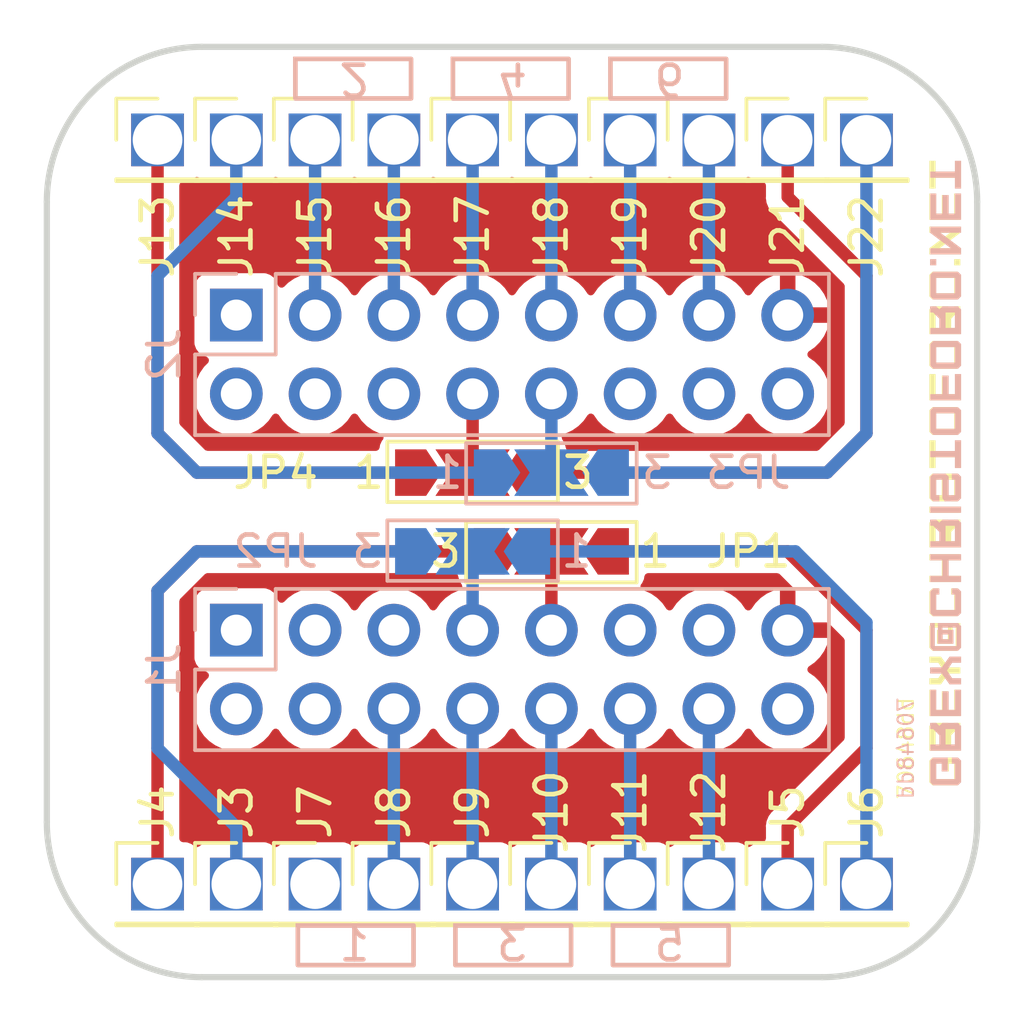
<source format=kicad_pcb>
(kicad_pcb (version 20221018) (generator pcbnew)
  (layers (0 "F.Cu" signal) (31 "B.Cu" signal) (34 "B.Paste" user) (35 "F.Paste" user) (36 "B.SilkS" user "B.Silkscreen") (37 "F.SilkS" user "F.Silkscreen") (38 "B.Mask" user) (39 "F.Mask" user) (44 "Edge.Cuts" user))
  (net 0 "")
  (net 1 "/I_OD_T")
  (net 2 "/V_OD_T")
  (net 3 "/I_1")
  (net 4 "/V_1")
  (net 5 "/I_3")
  (net 6 "/V_3")
  (net 7 "/I_5")
  (net 8 "/V_5")
  (net 9 "/I_OD_B")
  (net 10 "/V_OD_B")
  (net 11 "/I_EV_T")
  (net 12 "/V_EV_T")
  (net 13 "/I_2")
  (net 14 "/V_2")
  (net 15 "/I_4")
  (net 16 "/V_4")
  (net 17 "/I_6")
  (net 18 "/V_6")
  (net 19 "/I_EV_B")
  (net 20 "/V_EV_B")
  (net 27 "GND")
  (net 32 "/VB")
  (net 33 "/IB")
  (net 37 "/VT")
  (net 38 "/IT")
  (footprint "custom:S25-022+P25-4023_OFF" (layer "F.Cu") (at 135.65 82.14)
    (fp_text reference "J15" (at 0 3.11 90) (layer "F.SilkS"))
    (fp_text value "Conn_01x01" hide)
    (fp_line (start -1.33 -1.33) (end 0 -1.33) (stroke (width 0.12)) (layer "F.SilkS"))
    (fp_line (start -1.33 0) (end -1.33 -1.33) (stroke (width 0.12)) (layer "F.SilkS"))
    (fp_line (start -1.33 1.27) (end -1.33 1.33) (stroke (width 0.12)) (layer "F.SilkS"))
    (fp_line (start -1.33 1.27) (end 1.33 1.27) (stroke (width 0.12)) (layer "F.SilkS"))
    (fp_line (start -1.33 1.33) (end 1.33 1.33) (stroke (width 0.12)) (layer "F.SilkS"))
    (fp_line (start 1.33 1.27) (end 1.33 1.33) (stroke (width 0.12)) (layer "F.SilkS"))
    (pad "1" thru_hole rect (at 0 0) (size 1.7 1.7) (drill 1.6) (layers "*.Cu" "*.Mask") (net 14 "/V_2"))
  )
  (footprint "custom:S25-022+P25-4023_OFF" (layer "F.Cu") (at 133.11 82.14)
    (fp_text reference "J14" (at 0 3.11 90) (layer "F.SilkS"))
    (fp_text value "Conn_01x01" hide)
    (fp_line (start -1.33 -1.33) (end 0 -1.33) (stroke (width 0.12)) (layer "F.SilkS"))
    (fp_line (start -1.33 0) (end -1.33 -1.33) (stroke (width 0.12)) (layer "F.SilkS"))
    (fp_line (start -1.33 1.27) (end -1.33 1.33) (stroke (width 0.12)) (layer "F.SilkS"))
    (fp_line (start -1.33 1.27) (end 1.33 1.27) (stroke (width 0.12)) (layer "F.SilkS"))
    (fp_line (start -1.33 1.33) (end 1.33 1.33) (stroke (width 0.12)) (layer "F.SilkS"))
    (fp_line (start 1.33 1.27) (end 1.33 1.33) (stroke (width 0.12)) (layer "F.SilkS"))
    (pad "1" thru_hole rect (at 0 0) (size 1.7 1.7) (drill 1.6) (layers "*.Cu" "*.Mask") (net 11 "/I_EV_T"))
  )
  (footprint "custom:S25-022+P25-4023_OFF" (layer "F.Cu") (at 130.57 82.14)
    (fp_text reference "J13" (at 0 3.11 90) (layer "F.SilkS"))
    (fp_text value "Conn_01x01" hide)
    (fp_line (start -1.33 -1.33) (end 0 -1.33) (stroke (width 0.12)) (layer "F.SilkS"))
    (fp_line (start -1.33 0) (end -1.33 -1.33) (stroke (width 0.12)) (layer "F.SilkS"))
    (fp_line (start -1.33 1.27) (end -1.33 1.33) (stroke (width 0.12)) (layer "F.SilkS"))
    (fp_line (start -1.33 1.27) (end 1.33 1.27) (stroke (width 0.12)) (layer "F.SilkS"))
    (fp_line (start -1.33 1.33) (end 1.33 1.33) (stroke (width 0.12)) (layer "F.SilkS"))
    (fp_line (start 1.33 1.27) (end 1.33 1.33) (stroke (width 0.12)) (layer "F.SilkS"))
    (pad "1" thru_hole rect (at 0 0) (size 1.7 1.7) (drill 1.6) (layers "*.Cu" "*.Mask") (net 12 "/V_EV_T"))
  )
  (footprint "custom:S25-022+P25-4023_OFF" (layer "F.Cu") (at 140.73 106.14)
    (fp_text reference "J9" (at 0 -2.33 90) (layer "F.SilkS"))
    (fp_text value "Conn_01x01" hide)
    (fp_line (start -1.33 -1.33) (end 0 -1.33) (stroke (width 0.12)) (layer "F.SilkS"))
    (fp_line (start -1.33 0) (end -1.33 -1.33) (stroke (width 0.12)) (layer "F.SilkS"))
    (fp_line (start -1.33 1.27) (end -1.33 1.33) (stroke (width 0.12)) (layer "F.SilkS"))
    (fp_line (start -1.33 1.27) (end 1.33 1.27) (stroke (width 0.12)) (layer "F.SilkS"))
    (fp_line (start -1.33 1.33) (end 1.33 1.33) (stroke (width 0.12)) (layer "F.SilkS"))
    (fp_line (start 1.33 1.27) (end 1.33 1.33) (stroke (width 0.12)) (layer "F.SilkS"))
    (pad "1" thru_hole rect (at 0 0) (size 1.7 1.7) (drill 1.6) (layers "*.Cu" "*.Mask") (net 5 "/I_3"))
  )
  (footprint "custom:S25-022+P25-4023_OFF" (layer "F.Cu") (at 138.19 82.14)
    (fp_text reference "J16" (at 0 3.11 90) (layer "F.SilkS"))
    (fp_text value "Conn_01x01" hide)
    (fp_line (start -1.33 -1.33) (end 0 -1.33) (stroke (width 0.12)) (layer "F.SilkS"))
    (fp_line (start -1.33 0) (end -1.33 -1.33) (stroke (width 0.12)) (layer "F.SilkS"))
    (fp_line (start -1.33 1.27) (end -1.33 1.33) (stroke (width 0.12)) (layer "F.SilkS"))
    (fp_line (start -1.33 1.27) (end 1.33 1.27) (stroke (width 0.12)) (layer "F.SilkS"))
    (fp_line (start -1.33 1.33) (end 1.33 1.33) (stroke (width 0.12)) (layer "F.SilkS"))
    (fp_line (start 1.33 1.27) (end 1.33 1.33) (stroke (width 0.12)) (layer "F.SilkS"))
    (pad "1" thru_hole rect (at 0 0) (size 1.7 1.7) (drill 1.6) (layers "*.Cu" "*.Mask") (net 13 "/I_2"))
  )
  (footprint "custom:S25-022+P25-4023_OFF" (layer "F.Cu") (at 150.89 106.14)
    (fp_text reference "J5" (at 0 -2.33 90) (layer "F.SilkS"))
    (fp_text value "Conn_01x01" hide)
    (fp_line (start -1.33 -1.33) (end 0 -1.33) (stroke (width 0.12)) (layer "F.SilkS"))
    (fp_line (start -1.33 0) (end -1.33 -1.33) (stroke (width 0.12)) (layer "F.SilkS"))
    (fp_line (start -1.33 1.27) (end -1.33 1.33) (stroke (width 0.12)) (layer "F.SilkS"))
    (fp_line (start -1.33 1.27) (end 1.33 1.27) (stroke (width 0.12)) (layer "F.SilkS"))
    (fp_line (start -1.33 1.33) (end 1.33 1.33) (stroke (width 0.12)) (layer "F.SilkS"))
    (fp_line (start 1.33 1.27) (end 1.33 1.33) (stroke (width 0.12)) (layer "F.SilkS"))
    (pad "1" thru_hole rect (at 0 0) (size 1.7 1.7) (drill 1.6) (layers "*.Cu" "*.Mask") (net 9 "/I_OD_B"))
  )
  (footprint "custom:S25-022+P25-4023_OFF" (layer "F.Cu") (at 145.81 106.14)
    (fp_text reference "J11" (at 0 -2.33 90) (layer "F.SilkS"))
    (fp_text value "Conn_01x01" hide)
    (fp_line (start -1.33 -1.33) (end 0 -1.33) (stroke (width 0.12)) (layer "F.SilkS"))
    (fp_line (start -1.33 0) (end -1.33 -1.33) (stroke (width 0.12)) (layer "F.SilkS"))
    (fp_line (start -1.33 1.27) (end -1.33 1.33) (stroke (width 0.12)) (layer "F.SilkS"))
    (fp_line (start -1.33 1.27) (end 1.33 1.27) (stroke (width 0.12)) (layer "F.SilkS"))
    (fp_line (start -1.33 1.33) (end 1.33 1.33) (stroke (width 0.12)) (layer "F.SilkS"))
    (fp_line (start 1.33 1.27) (end 1.33 1.33) (stroke (width 0.12)) (layer "F.SilkS"))
    (pad "1" thru_hole rect (at 0 0) (size 1.7 1.7) (drill 1.6) (layers "*.Cu" "*.Mask") (net 7 "/I_5"))
  )
  (footprint "Jumper:SolderJumper-3_P2.0mm_Open_TrianglePad1.0x1.5mm_NumberLabels" (layer "F.Cu") (at 140.73 92.87)
    (fp_text reference "JP4" (at -6.35 0) (layer "F.SilkS"))
    (fp_text value "SolderJumper_3_Bridged123" hide)
    (fp_text user "3" (at 3.4 0) (layer "F.SilkS"))
    (fp_text user "1" (at -3.35 0) (layer "F.SilkS"))
    (fp_line (start -2.75 -1) (end 2.75 -1) (stroke (width 0.12)) (layer "F.SilkS"))
    (fp_line (start -2.75 0.95) (end -2.75 -1) (stroke (width 0.12)) (layer "F.SilkS"))
    (fp_line (start 2.75 -1) (end 2.75 0.95) (stroke (width 0.12)) (layer "F.SilkS"))
    (fp_line (start 2.75 0.95) (end -2.75 0.95) (stroke (width 0.12)) (layer "F.SilkS"))
    (pad "1" smd custom (at -2 0) (size 0.3 0.3) (layers "F.Cu" "F.Mask") (net 12 "/V_EV_T") (options (clearance outline) (anchor rect)) (primitives (gr_poly (pts (xy 1 0) (xy 0.5 0.75) (xy -0.5 0.75) (xy -0.5 -0.75) (xy 0.5 -0.75)) (width 0) (fill yes))))
    (pad "2" smd custom (at 0 0) (size 0.3 0.3) (layers "F.Cu") (net 37 "/VT") (options (clearance outline) (anchor rect)) (primitives (gr_poly (pts (xy 0.7 0) (xy 1.2 0.75) (xy -1.2 0.75) (xy -0.7 0) (xy -1.2 -0.75) (xy 1.2 -0.75)) (width 0) (fill yes))))
    (pad "3" smd custom (at 2 0 180) (size 0.3 0.3) (layers "F.Cu" "F.Mask") (net 20 "/V_EV_B") (options (clearance outline) (anchor rect)) (primitives (gr_poly (pts (xy 1 0) (xy 0.5 0.75) (xy -0.5 0.75) (xy -0.5 -0.75) (xy 0.5 -0.75)) (width 0) (fill yes))))
  )
  (footprint "custom:S25-022+P25-4023_OFF" (layer "F.Cu") (at 148.35 106.14)
    (fp_text reference "J12" (at 0 -2.33 90) (layer "F.SilkS"))
    (fp_text value "Conn_01x01" hide)
    (fp_line (start -1.33 -1.33) (end 0 -1.33) (stroke (width 0.12)) (layer "F.SilkS"))
    (fp_line (start -1.33 0) (end -1.33 -1.33) (stroke (width 0.12)) (layer "F.SilkS"))
    (fp_line (start -1.33 1.27) (end -1.33 1.33) (stroke (width 0.12)) (layer "F.SilkS"))
    (fp_line (start -1.33 1.27) (end 1.33 1.27) (stroke (width 0.12)) (layer "F.SilkS"))
    (fp_line (start -1.33 1.33) (end 1.33 1.33) (stroke (width 0.12)) (layer "F.SilkS"))
    (fp_line (start 1.33 1.27) (end 1.33 1.33) (stroke (width 0.12)) (layer "F.SilkS"))
    (pad "1" thru_hole rect (at 0 0) (size 1.7 1.7) (drill 1.6) (layers "*.Cu" "*.Mask") (net 8 "/V_5"))
  )
  (footprint "custom:S25-022+P25-4023_OFF" (layer "F.Cu") (at 145.81 82.14)
    (fp_text reference "J19" (at 0 3.11 90) (layer "F.SilkS"))
    (fp_text value "Conn_01x01" hide)
    (fp_line (start -1.33 -1.33) (end 0 -1.33) (stroke (width 0.12)) (layer "F.SilkS"))
    (fp_line (start -1.33 0) (end -1.33 -1.33) (stroke (width 0.12)) (layer "F.SilkS"))
    (fp_line (start -1.33 1.27) (end -1.33 1.33) (stroke (width 0.12)) (layer "F.SilkS"))
    (fp_line (start -1.33 1.27) (end 1.33 1.27) (stroke (width 0.12)) (layer "F.SilkS"))
    (fp_line (start -1.33 1.33) (end 1.33 1.33) (stroke (width 0.12)) (layer "F.SilkS"))
    (fp_line (start 1.33 1.27) (end 1.33 1.33) (stroke (width 0.12)) (layer "F.SilkS"))
    (pad "1" thru_hole rect (at 0 0) (size 1.7 1.7) (drill 1.6) (layers "*.Cu" "*.Mask") (net 18 "/V_6"))
  )
  (footprint "custom:S25-022+P25-4023_OFF" (layer "F.Cu") (at 135.65 106.14)
    (fp_text reference "J7" (at 0 -2.33 90) (layer "F.SilkS"))
    (fp_text value "Conn_01x01" hide)
    (fp_line (start -1.33 -1.33) (end 0 -1.33) (stroke (width 0.12)) (layer "F.SilkS"))
    (fp_line (start -1.33 0) (end -1.33 -1.33) (stroke (width 0.12)) (layer "F.SilkS"))
    (fp_line (start -1.33 1.27) (end -1.33 1.33) (stroke (width 0.12)) (layer "F.SilkS"))
    (fp_line (start -1.33 1.27) (end 1.33 1.27) (stroke (width 0.12)) (layer "F.SilkS"))
    (fp_line (start -1.33 1.33) (end 1.33 1.33) (stroke (width 0.12)) (layer "F.SilkS"))
    (fp_line (start 1.33 1.27) (end 1.33 1.33) (stroke (width 0.12)) (layer "F.SilkS"))
    (pad "1" thru_hole rect (at 0 0) (size 1.7 1.7) (drill 1.6) (layers "*.Cu" "*.Mask") (net 3 "/I_1"))
  )
  (footprint "custom:S25-022+P25-4023_OFF" (layer "F.Cu") (at 130.57 106.14)
    (fp_text reference "J4" (at 0 -2.33 90) (layer "F.SilkS"))
    (fp_text value "Conn_01x01" hide)
    (fp_line (start -1.33 -1.33) (end 0 -1.33) (stroke (width 0.12)) (layer "F.SilkS"))
    (fp_line (start -1.33 0) (end -1.33 -1.33) (stroke (width 0.12)) (layer "F.SilkS"))
    (fp_line (start -1.33 1.27) (end -1.33 1.33) (stroke (width 0.12)) (layer "F.SilkS"))
    (fp_line (start -1.33 1.27) (end 1.33 1.27) (stroke (width 0.12)) (layer "F.SilkS"))
    (fp_line (start -1.33 1.33) (end 1.33 1.33) (stroke (width 0.12)) (layer "F.SilkS"))
    (fp_line (start 1.33 1.27) (end 1.33 1.33) (stroke (width 0.12)) (layer "F.SilkS"))
    (pad "1" thru_hole rect (at 0 0) (size 1.7 1.7) (drill 1.6) (layers "*.Cu" "*.Mask") (net 1 "/I_OD_T"))
  )
  (footprint "custom:S25-022+P25-4023_OFF" (layer "F.Cu") (at 153.43 82.14)
    (fp_text reference "J22" (at 0 3.11 90) (layer "F.SilkS"))
    (fp_text value "Conn_01x01" hide)
    (fp_line (start -1.33 -1.33) (end 0 -1.33) (stroke (width 0.12)) (layer "F.SilkS"))
    (fp_line (start -1.33 0) (end -1.33 -1.33) (stroke (width 0.12)) (layer "F.SilkS"))
    (fp_line (start -1.33 1.27) (end -1.33 1.33) (stroke (width 0.12)) (layer "F.SilkS"))
    (fp_line (start -1.33 1.27) (end 1.33 1.27) (stroke (width 0.12)) (layer "F.SilkS"))
    (fp_line (start -1.33 1.33) (end 1.33 1.33) (stroke (width 0.12)) (layer "F.SilkS"))
    (fp_line (start 1.33 1.27) (end 1.33 1.33) (stroke (width 0.12)) (layer "F.SilkS"))
    (pad "1" thru_hole rect (at 0 0) (size 1.7 1.7) (drill 1.6) (layers "*.Cu" "*.Mask") (net 19 "/I_EV_B"))
  )
  (footprint "custom:S25-022+P25-4023_OFF" (layer "F.Cu") (at 143.27 82.14)
    (fp_text reference "J18" (at 0 3.11 90) (layer "F.SilkS"))
    (fp_text value "Conn_01x01" hide)
    (fp_line (start -1.33 -1.33) (end 0 -1.33) (stroke (width 0.12)) (layer "F.SilkS"))
    (fp_line (start -1.33 0) (end -1.33 -1.33) (stroke (width 0.12)) (layer "F.SilkS"))
    (fp_line (start -1.33 1.27) (end -1.33 1.33) (stroke (width 0.12)) (layer "F.SilkS"))
    (fp_line (start -1.33 1.27) (end 1.33 1.27) (stroke (width 0.12)) (layer "F.SilkS"))
    (fp_line (start -1.33 1.33) (end 1.33 1.33) (stroke (width 0.12)) (layer "F.SilkS"))
    (fp_line (start 1.33 1.27) (end 1.33 1.33) (stroke (width 0.12)) (layer "F.SilkS"))
    (pad "1" thru_hole rect (at 0 0) (size 1.7 1.7) (drill 1.6) (layers "*.Cu" "*.Mask") (net 15 "/I_4"))
  )
  (footprint "Jumper:SolderJumper-3_P2.0mm_Open_TrianglePad1.0x1.5mm_NumberLabels" (layer "F.Cu") (at 143.27 95.41 180)
    (fp_text reference "JP1" (at -6.35 0) (layer "F.SilkS"))
    (fp_text value "SolderJumper_3_Bridged123" hide)
    (fp_text user "1" (at -3.35 0) (layer "F.SilkS"))
    (fp_text user "3" (at 3.4 0) (layer "F.SilkS"))
    (fp_line (start -2.75 -1) (end 2.75 -1) (stroke (width 0.12)) (layer "F.SilkS"))
    (fp_line (start -2.75 0.95) (end -2.75 -1) (stroke (width 0.12)) (layer "F.SilkS"))
    (fp_line (start 2.75 -1) (end 2.75 0.95) (stroke (width 0.12)) (layer "F.SilkS"))
    (fp_line (start 2.75 0.95) (end -2.75 0.95) (stroke (width 0.12)) (layer "F.SilkS"))
    (pad "1" smd custom (at -2 0 180) (size 0.3 0.3) (layers "F.Cu" "F.Mask") (net 9 "/I_OD_B") (options (clearance outline) (anchor rect)) (primitives (gr_poly (pts (xy 1 0) (xy 0.5 0.75) (xy -0.5 0.75) (xy -0.5 -0.75) (xy 0.5 -0.75)) (width 0) (fill yes))))
    (pad "2" smd custom (at 0 0 180) (size 0.3 0.3) (layers "F.Cu") (net 33 "/IB") (options (clearance outline) (anchor rect)) (primitives (gr_poly (pts (xy 0.7 0) (xy 1.2 0.75) (xy -1.2 0.75) (xy -0.7 0) (xy -1.2 -0.75) (xy 1.2 -0.75)) (width 0) (fill yes))))
    (pad "3" smd custom (at 2 0) (size 0.3 0.3) (layers "F.Cu" "F.Mask") (net 1 "/I_OD_T") (options (clearance outline) (anchor rect)) (primitives (gr_poly (pts (xy 1 0) (xy 0.5 0.75) (xy -0.5 0.75) (xy -0.5 -0.75) (xy 0.5 -0.75)) (width 0) (fill yes))))
  )
  (footprint "custom:S25-022+P25-4023_OFF" (layer "F.Cu") (at 140.73 82.14)
    (fp_text reference "J17" (at 0 3.11 90) (layer "F.SilkS"))
    (fp_text value "Conn_01x01" hide)
    (fp_line (start -1.33 -1.33) (end 0 -1.33) (stroke (width 0.12)) (layer "F.SilkS"))
    (fp_line (start -1.33 0) (end -1.33 -1.33) (stroke (width 0.12)) (layer "F.SilkS"))
    (fp_line (start -1.33 1.27) (end -1.33 1.33) (stroke (width 0.12)) (layer "F.SilkS"))
    (fp_line (start -1.33 1.27) (end 1.33 1.27) (stroke (width 0.12)) (layer "F.SilkS"))
    (fp_line (start -1.33 1.33) (end 1.33 1.33) (stroke (width 0.12)) (layer "F.SilkS"))
    (fp_line (start 1.33 1.27) (end 1.33 1.33) (stroke (width 0.12)) (layer "F.SilkS"))
    (pad "1" thru_hole rect (at 0 0) (size 1.7 1.7) (drill 1.6) (layers "*.Cu" "*.Mask") (net 16 "/V_4"))
  )
  (footprint "custom:S25-022+P25-4023_OFF" (layer "F.Cu") (at 138.19 106.14)
    (fp_text reference "J8" (at 0 -2.33 90) (layer "F.SilkS"))
    (fp_text value "Conn_01x01" hide)
    (fp_line (start -1.33 -1.33) (end 0 -1.33) (stroke (width 0.12)) (layer "F.SilkS"))
    (fp_line (start -1.33 0) (end -1.33 -1.33) (stroke (width 0.12)) (layer "F.SilkS"))
    (fp_line (start -1.33 1.27) (end -1.33 1.33) (stroke (width 0.12)) (layer "F.SilkS"))
    (fp_line (start -1.33 1.27) (end 1.33 1.27) (stroke (width 0.12)) (layer "F.SilkS"))
    (fp_line (start -1.33 1.33) (end 1.33 1.33) (stroke (width 0.12)) (layer "F.SilkS"))
    (fp_line (start 1.33 1.27) (end 1.33 1.33) (stroke (width 0.12)) (layer "F.SilkS"))
    (pad "1" thru_hole rect (at 0 0) (size 1.7 1.7) (drill 1.6) (layers "*.Cu" "*.Mask") (net 4 "/V_1"))
  )
  (footprint "custom:S25-022+P25-4023_OFF" (layer "F.Cu") (at 150.89 82.14)
    (fp_text reference "J21" (at 0 3.11 90) (layer "F.SilkS"))
    (fp_text value "Conn_01x01" hide)
    (fp_line (start -1.33 -1.33) (end 0 -1.33) (stroke (width 0.12)) (layer "F.SilkS"))
    (fp_line (start -1.33 0) (end -1.33 -1.33) (stroke (width 0.12)) (layer "F.SilkS"))
    (fp_line (start -1.33 1.27) (end -1.33 1.33) (stroke (width 0.12)) (layer "F.SilkS"))
    (fp_line (start -1.33 1.27) (end 1.33 1.27) (stroke (width 0.12)) (layer "F.SilkS"))
    (fp_line (start -1.33 1.33) (end 1.33 1.33) (stroke (width 0.12)) (layer "F.SilkS"))
    (fp_line (start 1.33 1.27) (end 1.33 1.33) (stroke (width 0.12)) (layer "F.SilkS"))
    (pad "1" thru_hole rect (at 0 0) (size 1.7 1.7) (drill 1.6) (layers "*.Cu" "*.Mask") (net 20 "/V_EV_B"))
  )
  (footprint "custom:logo_small" (layer "F.Cu") (at 155.97 92.87 90)
    (fp_text reference "SYM2" hide)
    (fp_text value "Logo_Open_Hardware_Small" hide)
    (fp_poly (pts (xy -1.295135 -0.511719) (xy -1.295135 0.488281) (xy -1.095248 0.488281) (xy -1.095248 -0.511719)) (stroke (width 0.001)) (fill solid) (layer "F.SilkS"))
    (fp_poly (pts (xy 6.884123 0.28842) (xy 6.684236 0.28842) (xy 6.684236 0.488281) (xy 6.884123 0.488281)) (stroke (width 0.001)) (fill solid) (layer "F.SilkS"))
    (fp_poly (pts (xy 1.043277 -0.511719) (xy 0.146665 -0.511719) (xy 0.146665 -0.311832) (xy 0.496454 -0.311832) (xy 0.496454 0.488281) (xy 0.69634 0.488281) (xy 0.69634 -0.311832) (xy 1.043277 -0.311832)) (stroke (width 0.001)) (fill solid) (layer "F.SilkS"))
    (fp_poly (pts (xy 10.055304 -0.511719) (xy 9.158691 -0.511719) (xy 9.158691 -0.311832) (xy 9.508481 -0.311832) (xy 9.508481 0.488281) (xy 9.708368 0.488281) (xy 9.708368 -0.311832) (xy 10.055304 -0.311832)) (stroke (width 0.001)) (fill solid) (layer "F.SilkS"))
    (fp_poly (pts (xy 2.33052 -0.511719) (xy 2.33052 0.488281) (xy 2.530407 0.488281) (xy 2.530407 0.089484) (xy 3.128624 0.089484) (xy 3.128624 -0.110403) (xy 2.530407 -0.110403) (xy 2.530407 -0.311832) (xy 3.178582 -0.311832) (xy 3.178582 -0.511719)) (stroke (width 0.001)) (fill solid) (layer "F.SilkS"))
    (fp_poly (pts (xy 7.235788 -0.511719) (xy 7.035902 -0.511719) (xy 7.035902 0.488281) (xy 7.235788 0.488281) (xy 7.235788 -0.178865) (xy 7.734067 0.488281) (xy 7.932514 0.488281) (xy 7.932514 -0.511719) (xy 7.734067 -0.511719) (xy 7.734067 0.154014)) (stroke (width 0.001)) (fill solid) (layer "F.SilkS"))
    (fp_poly (pts (xy -7.650288 0.089484) (xy -7.052066 0.089484) (xy -7.052066 -0.110403) (xy -7.650288 -0.110403) (xy -7.650288 -0.311832) (xy -7.002107 -0.311832) (xy -7.002107 -0.511719) (xy -7.850175 -0.511719) (xy -7.850175 0.488281) (xy -7.002107 0.488281) (xy -7.002107 0.28842) (xy -7.650288 0.28842)) (stroke (width 0.001)) (fill solid) (layer "F.SilkS"))
    (fp_poly (pts (xy -3.328331 -0.511719) (xy -3.528218 -0.511719) (xy -3.528218 0.488281) (xy -3.328331 0.488281) (xy -3.328331 0.089484) (xy -2.830052 0.089484) (xy -2.830052 0.488281) (xy -2.631605 0.488281) (xy -2.631605 -0.511719) (xy -2.830052 -0.511719) (xy -2.830052 -0.110403) (xy -3.328331 -0.110403)) (stroke (width 0.001)) (fill solid) (layer "F.SilkS"))
    (fp_poly (pts (xy 9.000514 -0.511719) (xy 8.152447 -0.511719) (xy 8.152447 0.488281) (xy 9.000514 0.488281) (xy 9.000514 0.28842) (xy 8.352333 0.28842) (xy 8.352333 0.089484) (xy 8.950555 0.089484) (xy 8.950555 -0.110403) (xy 8.352333 -0.110403) (xy 8.352333 -0.311832) (xy 9.000514 -0.311832)) (stroke (width 0.001)) (fill solid) (layer "F.SilkS"))
    (fp_poly (pts (xy -6.131528 -0.223145) (xy -6.382813 -0.054559) (xy -6.629806 -0.223145) (xy -6.629806 -0.511719) (xy -6.829693 -0.511719) (xy -6.829693 -0.138852) (xy -6.479903 0.111148) (xy -6.479903 0.488281) (xy -6.28143 0.488281) (xy -6.28143 0.111148) (xy -5.93308 -0.138852) (xy -5.93308 -0.511719) (xy -6.131528 -0.511719)) (stroke (width 0.001)) (fill solid) (layer "F.SilkS"))
    (fp_poly (pts (xy 1.21398 -0.410336) (xy 1.413867 -0.311832) (xy 1.912145 -0.311832) (xy 1.912145 0.28842) (xy 1.413867 0.28842) (xy 1.413867 -0.311832) (xy 1.21398 -0.410336) (xy 1.21398 0.389777) (xy 1.31251 0.488281) (xy 2.012089 0.488281) (xy 2.110593 0.389777) (xy 2.110593 -0.410336) (xy 2.012089 -0.511719) (xy 1.31251 -0.511719)) (stroke (width 0.001)) (fill solid) (layer "F.SilkS"))
    (fp_poly (pts (xy 4.146998 -0.511719) (xy 3.44742 -0.511719) (xy 3.34889 -0.410336) (xy 3.548777 -0.311832) (xy 4.047055 -0.311832) (xy 4.047055 0.28842) (xy 3.548777 0.28842) (xy 3.548777 -0.311832) (xy 3.34889 -0.410336) (xy 3.34889 0.389777) (xy 3.44742 0.488281) (xy 4.146998 0.488281) (xy 4.245503 0.389777) (xy 4.245503 -0.410336)) (stroke (width 0.001)) (fill solid) (layer "F.SilkS"))
    (fp_poly (pts (xy 5.68051 0.488281) (xy 6.380088 0.488281) (xy 6.280145 0.28842) (xy 5.781867 0.28842) (xy 5.781867 -0.311832) (xy 6.280145 -0.311832) (xy 6.280145 0.28842) (xy 6.380088 0.488281) (xy 6.478593 0.389777) (xy 6.478593 -0.410336) (xy 6.380088 -0.511719) (xy 5.68051 -0.511719) (xy 5.58198 -0.410336) (xy 5.58198 0.389777)) (stroke (width 0.001)) (fill solid) (layer "F.SilkS"))
    (fp_poly (pts (xy -4.429508 -0.311832) (xy -3.931229 -0.311832) (xy -3.931229 -0.211888) (xy -3.732782 -0.211888) (xy -3.732782 -0.410336) (xy -3.831286 -0.511719) (xy -4.530865 -0.511719) (xy -4.629395 -0.410336) (xy -4.629395 0.389777) (xy -4.530865 0.488281) (xy -3.831286 0.488281) (xy -3.732782 0.389777) (xy -3.732782 0.18989) (xy -3.931229 0.18989) (xy -3.931229 0.28842) (xy -4.429508 0.28842)) (stroke (width 0.001)) (fill solid) (layer "F.SilkS"))
    (fp_poly (pts (xy -10.083265 0.389777) (xy -9.984735 0.488281) (xy -9.285156 0.488281) (xy -9.186652 0.389777) (xy -9.186652 -0.084935) (xy -9.636385 -0.084935) (xy -9.636385 0.114925) (xy -9.3851 0.114925) (xy -9.3851 0.28842) (xy -9.883378 0.28842) (xy -9.883378 -0.311832) (xy -9.3851 -0.311832) (xy -9.3851 -0.211888) (xy -9.186652 -0.211888) (xy -9.186652 -0.410336) (xy -9.285156 -0.511719) (xy -9.984735 -0.511719) (xy -10.083265 -0.410336)) (stroke (width 0.001)) (fill solid) (layer "F.SilkS"))
    (fp_poly (pts (xy -8.766833 0.488281) (xy -8.766833 -0.010074) (xy -8.766833 -0.311832) (xy -8.268555 -0.311832) (xy -8.268555 -0.010074) (xy -8.766833 -0.010074) (xy -8.766833 0.488281) (xy -8.766833 0.189813) (xy -8.468442 0.189813) (xy -8.368498 0.288369) (xy -8.268555 0.389751) (xy -8.268555 0.488281) (xy -8.070107 0.488281) (xy -8.070107 0.288369) (xy -8.168611 0.189813) (xy -8.070107 0.089869) (xy -8.070107 -0.410336) (xy -8.168611 -0.511719) (xy -8.96672 -0.511719) (xy -8.96672 0.488281)) (stroke (width 0.001)) (fill solid) (layer "F.SilkS"))
    (fp_poly (pts (xy -2.211788 0.189813) (xy -2.211788 -0.311832) (xy -1.71351 -0.311832) (xy -1.71351 -0.010074) (xy -2.211788 -0.010074) (xy -2.211788 -0.311832) (xy -2.211788 0.189813) (xy -1.913397 0.189813) (xy -1.813453 0.288369) (xy -1.71351 0.389751) (xy -1.71351 0.488281) (xy -1.515062 0.488281) (xy -1.515062 0.288369) (xy -1.613567 0.189813) (xy -1.515062 0.089869) (xy -1.515062 -0.410336) (xy -1.613567 -0.511719) (xy -2.411675 -0.511719) (xy -2.411675 0.488281) (xy -2.211788 0.488281)) (stroke (width 0.001)) (fill solid) (layer "F.SilkS"))
    (fp_poly (pts (xy 4.465435 -0.511719) (xy 4.465435 0.488281) (xy 4.665322 0.488281) (xy 4.665322 -0.311832) (xy 5.1636 -0.311832) (xy 5.1636 -0.010074) (xy 4.665322 -0.010074) (xy 4.665322 -0.311832) (xy 4.665322 0.488281) (xy 4.665322 0.189813) (xy 4.963713 0.189813) (xy 5.063656 0.288369) (xy 5.1636 0.389751) (xy 5.1636 0.488281) (xy 5.362048 0.488281) (xy 5.362048 0.288369) (xy 5.263543 0.189813) (xy 5.362048 0.089869) (xy 5.362048 -0.410336) (xy 5.263543 -0.511719)) (stroke (width 0.001)) (fill solid) (layer "F.SilkS"))
    (fp_poly (pts (xy -0.030446 -0.410336) (xy -0.128951 -0.511719) (xy -0.828528 -0.511719) (xy -0.927058 -0.410336) (xy -0.927058 0.017886) (xy -0.828528 0.089278) (xy -0.228894 0.089278) (xy -0.228894 0.28842) (xy -0.727172 0.28842) (xy -0.727172 0.189556) (xy -0.927058 0.189556) (xy -0.927058 0.389777) (xy -0.828528 0.488281) (xy -0.128951 0.488281) (xy -0.030446 0.389777) (xy -0.030446 -0.012104) (xy -0.128951 -0.112047) (xy -0.727172 -0.112047) (xy -0.727172 -0.311832) (xy -0.228894 -0.311832) (xy -0.228894 -0.211888) (xy -0.030446 -0.211888)) (stroke (width 0.001)) (fill solid) (layer "F.SilkS"))
    (fp_poly (pts (xy -5.64741 0.488281) (xy -4.849327 0.488281) (xy -4.849327 0.336965) (xy -5.594598 0.336965) (xy -5.594598 -0.36323) (xy -4.996376 -0.36323) (xy -4.996376 0.089587) (xy -5.072034 0.089587) (xy -5.21911 0.083881) (xy -5.371865 0.083881) (xy -5.371865 -0.113666) (xy -5.21911 -0.113666) (xy -5.21911 0.083881) (xy -5.072034 0.089587) (xy -5.072034 -0.265008) (xy -5.518914 -0.265008) (xy -5.518914 0.236636) (xy -4.849327 0.236636) (xy -4.849327 -0.410336) (xy -4.947831 -0.511719) (xy -5.64741 -0.511719) (xy -5.74594 -0.410336) (xy -5.74594 0.389777)) (stroke (width 0.001)) (fill solid) (layer "F.SilkS"))
  )
  (footprint "custom:S25-022+P25-4023_OFF" (layer "F.Cu") (at 153.43 106.14)
    (fp_text reference "J6" (at 0 -2.33 90) (layer "F.SilkS"))
    (fp_text value "Conn_01x01" hide)
    (fp_line (start -1.33 -1.33) (end 0 -1.33) (stroke (width 0.12)) (layer "F.SilkS"))
    (fp_line (start -1.33 0) (end -1.33 -1.33) (stroke (width 0.12)) (layer "F.SilkS"))
    (fp_line (start -1.33 1.27) (end -1.33 1.33) (stroke (width 0.12)) (layer "F.SilkS"))
    (fp_line (start -1.33 1.27) (end 1.33 1.27) (stroke (width 0.12)) (layer "F.SilkS"))
    (fp_line (start -1.33 1.33) (end 1.33 1.33) (stroke (width 0.12)) (layer "F.SilkS"))
    (fp_line (start 1.33 1.27) (end 1.33 1.33) (stroke (width 0.12)) (layer "F.SilkS"))
    (pad "1" thru_hole rect (at 0 0) (size 1.7 1.7) (drill 1.6) (layers "*.Cu" "*.Mask") (net 10 "/V_OD_B"))
  )
  (footprint "custom:S25-022+P25-4023_OFF" (layer "F.Cu") (at 133.11 106.14)
    (fp_text reference "J3" (at 0 -2.33 90) (layer "F.SilkS"))
    (fp_text value "Conn_01x01" hide)
    (fp_line (start -1.33 -1.33) (end 0 -1.33) (stroke (width 0.12)) (layer "F.SilkS"))
    (fp_line (start -1.33 0) (end -1.33 -1.33) (stroke (width 0.12)) (layer "F.SilkS"))
    (fp_line (start -1.33 1.27) (end -1.33 1.33) (stroke (width 0.12)) (layer "F.SilkS"))
    (fp_line (start -1.33 1.27) (end 1.33 1.27) (stroke (width 0.12)) (layer "F.SilkS"))
    (fp_line (start -1.33 1.33) (end 1.33 1.33) (stroke (width 0.12)) (layer "F.SilkS"))
    (fp_line (start 1.33 1.27) (end 1.33 1.33) (stroke (width 0.12)) (layer "F.SilkS"))
    (pad "1" thru_hole rect (at 0 0) (size 1.7 1.7) (drill 1.6) (layers "*.Cu" "*.Mask") (net 2 "/V_OD_T"))
  )
  (footprint "custom:S25-022+P25-4023_OFF" (layer "F.Cu") (at 143.27 106.14)
    (fp_text reference "J10" (at 0 -2.33 90) (layer "F.SilkS"))
    (fp_text value "Conn_01x01" hide)
    (fp_line (start -1.33 -1.33) (end 0 -1.33) (stroke (width 0.12)) (layer "F.SilkS"))
    (fp_line (start -1.33 0) (end -1.33 -1.33) (stroke (width 0.12)) (layer "F.SilkS"))
    (fp_line (start -1.33 1.27) (end -1.33 1.33) (stroke (width 0.12)) (layer "F.SilkS"))
    (fp_line (start -1.33 1.27) (end 1.33 1.27) (stroke (width 0.12)) (layer "F.SilkS"))
    (fp_line (start -1.33 1.33) (end 1.33 1.33) (stroke (width 0.12)) (layer "F.SilkS"))
    (fp_line (start 1.33 1.27) (end 1.33 1.33) (stroke (width 0.12)) (layer "F.SilkS"))
    (pad "1" thru_hole rect (at 0 0) (size 1.7 1.7) (drill 1.6) (layers "*.Cu" "*.Mask") (net 6 "/V_3"))
  )
  (footprint "custom:S25-022+P25-4023_OFF" (layer "F.Cu") (at 148.35 82.14)
    (fp_text reference "J20" (at 0 3.11 90) (layer "F.SilkS"))
    (fp_text value "Conn_01x01" hide)
    (fp_line (start -1.33 -1.33) (end 0 -1.33) (stroke (width 0.12)) (layer "F.SilkS"))
    (fp_line (start -1.33 0) (end -1.33 -1.33) (stroke (width 0.12)) (layer "F.SilkS"))
    (fp_line (start -1.33 1.27) (end -1.33 1.33) (stroke (width 0.12)) (layer "F.SilkS"))
    (fp_line (start -1.33 1.27) (end 1.33 1.27) (stroke (width 0.12)) (layer "F.SilkS"))
    (fp_line (start -1.33 1.33) (end 1.33 1.33) (stroke (width 0.12)) (layer "F.SilkS"))
    (fp_line (start 1.33 1.27) (end 1.33 1.33) (stroke (width 0.12)) (layer "F.SilkS"))
    (pad "1" thru_hole rect (at 0 0) (size 1.7 1.7) (drill 1.6) (layers "*.Cu" "*.Mask") (net 17 "/I_6"))
  )
  (footprint "Connector_PinHeader_2.54mm:PinHeader_2x08_P2.54mm_Vertical" (layer "B.Cu") (at 133.11 87.79 -90)
    (fp_text reference "J2" (at 1.27 2.33 90) (layer "B.SilkS") (effects (justify mirror)))
    (fp_text value "Conn_02x08_Odd_Even")
    (fp_line (start -1.33 -19.11) (end 3.87 -19.11) (stroke (width 0.12)) (layer "B.SilkS"))
    (fp_line (start -1.33 -1.27) (end -1.33 -19.11) (stroke (width 0.12)) (layer "B.SilkS"))
    (fp_line (start -1.33 -1.27) (end 1.27 -1.27) (stroke (width 0.12)) (layer "B.SilkS"))
    (fp_line (start -1.33 0) (end -1.33 1.33) (stroke (width 0.12)) (layer "B.SilkS"))
    (fp_line (start -1.33 1.33) (end 0 1.33) (stroke (width 0.12)) (layer "B.SilkS"))
    (fp_line (start 1.27 -1.27) (end 1.27 1.33) (stroke (width 0.12)) (layer "B.SilkS"))
    (fp_line (start 1.27 1.33) (end 3.87 1.33) (stroke (width 0.12)) (layer "B.SilkS"))
    (fp_line (start 3.87 1.33) (end 3.87 -19.11) (stroke (width 0.12)) (layer "B.SilkS"))
    (pad "1" thru_hole rect (at 0 0 270) (size 1.7 1.7) (drill 1) (layers "*.Cu" "*.Mask"))
    (pad "2" thru_hole oval (at 2.54 0 270) (size 1.7 1.7) (drill 1) (layers "*.Cu" "*.Mask"))
    (pad "3" thru_hole oval (at 0 -2.54 270) (size 1.7 1.7) (drill 1) (layers "*.Cu" "*.Mask") (net 14 "/V_2"))
    (pad "4" thru_hole oval (at 2.54 -2.54 270) (size 1.7 1.7) (drill 1) (layers "*.Cu" "*.Mask"))
    (pad "5" thru_hole oval (at 0 -5.08 270) (size 1.7 1.7) (drill 1) (layers "*.Cu" "*.Mask") (net 13 "/I_2"))
    (pad "6" thru_hole oval (at 2.54 -5.08 270) (size 1.7 1.7) (drill 1) (layers "*.Cu" "*.Mask"))
    (pad "7" thru_hole oval (at 0 -7.62 270) (size 1.7 1.7) (drill 1) (layers "*.Cu" "*.Mask") (net 16 "/V_4"))
    (pad "8" thru_hole oval (at 2.54 -7.62 270) (size 1.7 1.7) (drill 1) (layers "*.Cu" "*.Mask") (net 37 "/VT"))
    (pad "9" thru_hole oval (at 0 -10.16 270) (size 1.7 1.7) (drill 1) (layers "*.Cu" "*.Mask") (net 15 "/I_4"))
    (pad "10" thru_hole oval (at 2.54 -10.16 270) (size 1.7 1.7) (drill 1) (layers "*.Cu" "*.Mask") (net 38 "/IT"))
    (pad "11" thru_hole oval (at 0 -12.7 270) (size 1.7 1.7) (drill 1) (layers "*.Cu" "*.Mask") (net 18 "/V_6"))
    (pad "12" thru_hole oval (at 2.54 -12.7 270) (size 1.7 1.7) (drill 1) (layers "*.Cu" "*.Mask"))
    (pad "13" thru_hole oval (at 0 -15.24 270) (size 1.7 1.7) (drill 1) (layers "*.Cu" "*.Mask") (net 17 "/I_6"))
    (pad "14" thru_hole oval (at 2.54 -15.24 270) (size 1.7 1.7) (drill 1) (layers "*.Cu" "*.Mask"))
    (pad "15" thru_hole oval (at 0 -17.78 270) (size 1.7 1.7) (drill 1) (layers "*.Cu" "*.Mask") (net 27 "GND"))
    (pad "16" thru_hole oval (at 2.54 -17.78 270) (size 1.7 1.7) (drill 1) (layers "*.Cu" "*.Mask"))
  )
  (footprint "Connector_PinHeader_2.54mm:PinHeader_2x08_P2.54mm_Vertical" (layer "B.Cu") (at 133.11 97.95 -90)
    (fp_text reference "J1" (at 1.27 2.33 90) (layer "B.SilkS") (effects (justify mirror)))
    (fp_text value "Conn_02x08_Odd_Even")
    (fp_line (start -1.33 -19.11) (end 3.87 -19.11) (stroke (width 0.12)) (layer "B.SilkS"))
    (fp_line (start -1.33 -1.27) (end -1.33 -19.11) (stroke (width 0.12)) (layer "B.SilkS"))
    (fp_line (start -1.33 -1.27) (end 1.27 -1.27) (stroke (width 0.12)) (layer "B.SilkS"))
    (fp_line (start -1.33 0) (end -1.33 1.33) (stroke (width 0.12)) (layer "B.SilkS"))
    (fp_line (start -1.33 1.33) (end 0 1.33) (stroke (width 0.12)) (layer "B.SilkS"))
    (fp_line (start 1.27 -1.27) (end 1.27 1.33) (stroke (width 0.12)) (layer "B.SilkS"))
    (fp_line (start 1.27 1.33) (end 3.87 1.33) (stroke (width 0.12)) (layer "B.SilkS"))
    (fp_line (start 3.87 1.33) (end 3.87 -19.11) (stroke (width 0.12)) (layer "B.SilkS"))
    (pad "1" thru_hole rect (at 0 0 270) (size 1.7 1.7) (drill 1) (layers "*.Cu" "*.Mask"))
    (pad "2" thru_hole oval (at 2.54 0 270) (size 1.7 1.7) (drill 1) (layers "*.Cu" "*.Mask"))
    (pad "3" thru_hole oval (at 0 -2.54 270) (size 1.7 1.7) (drill 1) (layers "*.Cu" "*.Mask"))
    (pad "4" thru_hole oval (at 2.54 -2.54 270) (size 1.7 1.7) (drill 1) (layers "*.Cu" "*.Mask") (net 3 "/I_1"))
    (pad "5" thru_hole oval (at 0 -5.08 270) (size 1.7 1.7) (drill 1) (layers "*.Cu" "*.Mask"))
    (pad "6" thru_hole oval (at 2.54 -5.08 270) (size 1.7 1.7) (drill 1) (layers "*.Cu" "*.Mask") (net 4 "/V_1"))
    (pad "7" thru_hole oval (at 0 -7.62 270) (size 1.7 1.7) (drill 1) (layers "*.Cu" "*.Mask") (net 32 "/VB"))
    (pad "8" thru_hole oval (at 2.54 -7.62 270) (size 1.7 1.7) (drill 1) (layers "*.Cu" "*.Mask") (net 5 "/I_3"))
    (pad "9" thru_hole oval (at 0 -10.16 270) (size 1.7 1.7) (drill 1) (layers "*.Cu" "*.Mask") (net 33 "/IB"))
    (pad "10" thru_hole oval (at 2.54 -10.16 270) (size 1.7 1.7) (drill 1) (layers "*.Cu" "*.Mask") (net 6 "/V_3"))
    (pad "11" thru_hole oval (at 0 -12.7 270) (size 1.7 1.7) (drill 1) (layers "*.Cu" "*.Mask"))
    (pad "12" thru_hole oval (at 2.54 -12.7 270) (size 1.7 1.7) (drill 1) (layers "*.Cu" "*.Mask") (net 7 "/I_5"))
    (pad "13" thru_hole oval (at 0 -15.24 270) (size 1.7 1.7) (drill 1) (layers "*.Cu" "*.Mask"))
    (pad "14" thru_hole oval (at 2.54 -15.24 270) (size 1.7 1.7) (drill 1) (layers "*.Cu" "*.Mask") (net 8 "/V_5"))
    (pad "15" thru_hole oval (at 0 -17.78 270) (size 1.7 1.7) (drill 1) (layers "*.Cu" "*.Mask") (net 27 "GND"))
    (pad "16" thru_hole oval (at 2.54 -17.78 270) (size 1.7 1.7) (drill 1) (layers "*.Cu" "*.Mask"))
  )
  (footprint "Jumper:SolderJumper-3_P2.0mm_Open_TrianglePad1.0x1.5mm_NumberLabels" (layer "B.Cu") (at 143.27 92.87)
    (fp_text reference "JP3" (at 6.35 0) (layer "B.SilkS") (effects (justify mirror)))
    (fp_text value "SolderJumper_3_Bridged123" hide)
    (fp_text user "1" (at -3.35 0) (layer "B.SilkS") (effects (justify mirror)))
    (fp_text user "3" (at 3.4 0) (layer "B.SilkS") (effects (justify mirror)))
    (fp_line (start -2.75 -0.95) (end -2.75 1) (stroke (width 0.12)) (layer "B.SilkS"))
    (fp_line (start -2.75 1) (end 2.75 1) (stroke (width 0.12)) (layer "B.SilkS"))
    (fp_line (start 2.75 -0.95) (end -2.75 -0.95) (stroke (width 0.12)) (layer "B.SilkS"))
    (fp_line (start 2.75 1) (end 2.75 -0.95) (stroke (width 0.12)) (layer "B.SilkS"))
    (pad "1" smd custom (at -2 0) (size 0.3 0.3) (layers "B.Cu" "B.Mask") (net 11 "/I_EV_T") (options (clearance outline) (anchor rect)) (primitives (gr_poly (pts (xy 1 0) (xy 0.5 -0.75) (xy -0.5 -0.75) (xy -0.5 0.75) (xy 0.5 0.75)) (width 0) (fill yes))))
    (pad "2" smd custom (at 0 0) (size 0.3 0.3) (layers "B.Cu") (net 38 "/IT") (options (clearance outline) (anchor rect)) (primitives (gr_poly (pts (xy 0.7 0) (xy 1.2 -0.75) (xy -1.2 -0.75) (xy -0.7 0) (xy -1.2 0.75) (xy 1.2 0.75)) (width 0) (fill yes))))
    (pad "3" smd custom (at 2 0 180) (size 0.3 0.3) (layers "B.Cu" "B.Mask") (net 19 "/I_EV_B") (options (clearance outline) (anchor rect)) (primitives (gr_poly (pts (xy 1 0) (xy 0.5 -0.75) (xy -0.5 -0.75) (xy -0.5 0.75) (xy 0.5 0.75)) (width 0) (fill yes))))
  )
  (footprint "custom:logo_small" (layer "B.Cu") (at 155.97 92.87 90)
    (fp_text reference "SYM1" hide)
    (fp_text value "Logo_Open_Hardware_Small" hide)
    (fp_poly (pts (xy -1.295135 0.511719) (xy -1.295135 -0.488281) (xy -1.095248 -0.488281) (xy -1.095248 0.511719)) (stroke (width 0.001)) (fill solid) (layer "B.SilkS"))
    (fp_poly (pts (xy 6.884123 -0.28842) (xy 6.684236 -0.28842) (xy 6.684236 -0.488281) (xy 6.884123 -0.488281)) (stroke (width 0.001)) (fill solid) (layer "B.SilkS"))
    (fp_poly (pts (xy 1.043277 0.511719) (xy 0.146665 0.511719) (xy 0.146665 0.311832) (xy 0.496454 0.311832) (xy 0.496454 -0.488281) (xy 0.69634 -0.488281) (xy 0.69634 0.311832) (xy 1.043277 0.311832)) (stroke (width 0.001)) (fill solid) (layer "B.SilkS"))
    (fp_poly (pts (xy 10.055304 0.511719) (xy 9.158691 0.511719) (xy 9.158691 0.311832) (xy 9.508481 0.311832) (xy 9.508481 -0.488281) (xy 9.708368 -0.488281) (xy 9.708368 0.311832) (xy 10.055304 0.311832)) (stroke (width 0.001)) (fill solid) (layer "B.SilkS"))
    (fp_poly (pts (xy 2.33052 0.511719) (xy 2.33052 -0.488281) (xy 2.530407 -0.488281) (xy 2.530407 -0.089484) (xy 3.128624 -0.089484) (xy 3.128624 0.110403) (xy 2.530407 0.110403) (xy 2.530407 0.311832) (xy 3.178582 0.311832) (xy 3.178582 0.511719)) (stroke (width 0.001)) (fill solid) (layer "B.SilkS"))
    (fp_poly (pts (xy 7.235788 0.511719) (xy 7.035902 0.511719) (xy 7.035902 -0.488281) (xy 7.235788 -0.488281) (xy 7.235788 0.178865) (xy 7.734067 -0.488281) (xy 7.932514 -0.488281) (xy 7.932514 0.511719) (xy 7.734067 0.511719) (xy 7.734067 -0.154014)) (stroke (width 0.001)) (fill solid) (layer "B.SilkS"))
    (fp_poly (pts (xy -7.650288 -0.089484) (xy -7.052066 -0.089484) (xy -7.052066 0.110403) (xy -7.650288 0.110403) (xy -7.650288 0.311832) (xy -7.002107 0.311832) (xy -7.002107 0.511719) (xy -7.850175 0.511719) (xy -7.850175 -0.488281) (xy -7.002107 -0.488281) (xy -7.002107 -0.28842) (xy -7.650288 -0.28842)) (stroke (width 0.001)) (fill solid) (layer "B.SilkS"))
    (fp_poly (pts (xy -3.328331 0.511719) (xy -3.528218 0.511719) (xy -3.528218 -0.488281) (xy -3.328331 -0.488281) (xy -3.328331 -0.089484) (xy -2.830052 -0.089484) (xy -2.830052 -0.488281) (xy -2.631605 -0.488281) (xy -2.631605 0.511719) (xy -2.830052 0.511719) (xy -2.830052 0.110403) (xy -3.328331 0.110403)) (stroke (width 0.001)) (fill solid) (layer "B.SilkS"))
    (fp_poly (pts (xy 9.000514 0.511719) (xy 8.152447 0.511719) (xy 8.152447 -0.488281) (xy 9.000514 -0.488281) (xy 9.000514 -0.28842) (xy 8.352333 -0.28842) (xy 8.352333 -0.089484) (xy 8.950555 -0.089484) (xy 8.950555 0.110403) (xy 8.352333 0.110403) (xy 8.352333 0.311832) (xy 9.000514 0.311832)) (stroke (width 0.001)) (fill solid) (layer "B.SilkS"))
    (fp_poly (pts (xy -6.131528 0.223145) (xy -6.382813 0.054559) (xy -6.629806 0.223145) (xy -6.629806 0.511719) (xy -6.829693 0.511719) (xy -6.829693 0.138852) (xy -6.479903 -0.111148) (xy -6.479903 -0.488281) (xy -6.28143 -0.488281) (xy -6.28143 -0.111148) (xy -5.93308 0.138852) (xy -5.93308 0.511719) (xy -6.131528 0.511719)) (stroke (width 0.001)) (fill solid) (layer "B.SilkS"))
    (fp_poly (pts (xy 1.21398 0.410336) (xy 1.413867 0.311832) (xy 1.912145 0.311832) (xy 1.912145 -0.28842) (xy 1.413867 -0.28842) (xy 1.413867 0.311832) (xy 1.21398 0.410336) (xy 1.21398 -0.389777) (xy 1.31251 -0.488281) (xy 2.012089 -0.488281) (xy 2.110593 -0.389777) (xy 2.110593 0.410336) (xy 2.012089 0.511719) (xy 1.31251 0.511719)) (stroke (width 0.001)) (fill solid) (layer "B.SilkS"))
    (fp_poly (pts (xy 4.146998 0.511719) (xy 3.44742 0.511719) (xy 3.34889 0.410336) (xy 3.548777 0.311832) (xy 4.047055 0.311832) (xy 4.047055 -0.28842) (xy 3.548777 -0.28842) (xy 3.548777 0.311832) (xy 3.34889 0.410336) (xy 3.34889 -0.389777) (xy 3.44742 -0.488281) (xy 4.146998 -0.488281) (xy 4.245503 -0.389777) (xy 4.245503 0.410336)) (stroke (width 0.001)) (fill solid) (layer "B.SilkS"))
    (fp_poly (pts (xy 5.68051 -0.488281) (xy 6.380088 -0.488281) (xy 6.280145 -0.28842) (xy 5.781867 -0.28842) (xy 5.781867 0.311832) (xy 6.280145 0.311832) (xy 6.280145 -0.28842) (xy 6.380088 -0.488281) (xy 6.478593 -0.389777) (xy 6.478593 0.410336) (xy 6.380088 0.511719) (xy 5.68051 0.511719) (xy 5.58198 0.410336) (xy 5.58198 -0.389777)) (stroke (width 0.001)) (fill solid) (layer "B.SilkS"))
    (fp_poly (pts (xy -4.429508 0.311832) (xy -3.931229 0.311832) (xy -3.931229 0.211888) (xy -3.732782 0.211888) (xy -3.732782 0.410336) (xy -3.831286 0.511719) (xy -4.530865 0.511719) (xy -4.629395 0.410336) (xy -4.629395 -0.389777) (xy -4.530865 -0.488281) (xy -3.831286 -0.488281) (xy -3.732782 -0.389777) (xy -3.732782 -0.18989) (xy -3.931229 -0.18989) (xy -3.931229 -0.28842) (xy -4.429508 -0.28842)) (stroke (width 0.001)) (fill solid) (layer "B.SilkS"))
    (fp_poly (pts (xy -10.083265 -0.389777) (xy -9.984735 -0.488281) (xy -9.285156 -0.488281) (xy -9.186652 -0.389777) (xy -9.186652 0.084935) (xy -9.636385 0.084935) (xy -9.636385 -0.114925) (xy -9.3851 -0.114925) (xy -9.3851 -0.28842) (xy -9.883378 -0.28842) (xy -9.883378 0.311832) (xy -9.3851 0.311832) (xy -9.3851 0.211888) (xy -9.186652 0.211888) (xy -9.186652 0.410336) (xy -9.285156 0.511719) (xy -9.984735 0.511719) (xy -10.083265 0.410336)) (stroke (width 0.001)) (fill solid) (layer "B.SilkS"))
    (fp_poly (pts (xy -8.766833 -0.488281) (xy -8.766833 0.010074) (xy -8.766833 0.311832) (xy -8.268555 0.311832) (xy -8.268555 0.010074) (xy -8.766833 0.010074) (xy -8.766833 -0.488281) (xy -8.766833 -0.189813) (xy -8.468442 -0.189813) (xy -8.368498 -0.288369) (xy -8.268555 -0.389751) (xy -8.268555 -0.488281) (xy -8.070107 -0.488281) (xy -8.070107 -0.288369) (xy -8.168611 -0.189813) (xy -8.070107 -0.089869) (xy -8.070107 0.410336) (xy -8.168611 0.511719) (xy -8.96672 0.511719) (xy -8.96672 -0.488281)) (stroke (width 0.001)) (fill solid) (layer "B.SilkS"))
    (fp_poly (pts (xy -2.211788 -0.189813) (xy -2.211788 0.311832) (xy -1.71351 0.311832) (xy -1.71351 0.010074) (xy -2.211788 0.010074) (xy -2.211788 0.311832) (xy -2.211788 -0.189813) (xy -1.913397 -0.189813) (xy -1.813453 -0.288369) (xy -1.71351 -0.389751) (xy -1.71351 -0.488281) (xy -1.515062 -0.488281) (xy -1.515062 -0.288369) (xy -1.613567 -0.189813) (xy -1.515062 -0.089869) (xy -1.515062 0.410336) (xy -1.613567 0.511719) (xy -2.411675 0.511719) (xy -2.411675 -0.488281) (xy -2.211788 -0.488281)) (stroke (width 0.001)) (fill solid) (layer "B.SilkS"))
    (fp_poly (pts (xy 4.465435 0.511719) (xy 4.465435 -0.488281) (xy 4.665322 -0.488281) (xy 4.665322 0.311832) (xy 5.1636 0.311832) (xy 5.1636 0.010074) (xy 4.665322 0.010074) (xy 4.665322 0.311832) (xy 4.665322 -0.488281) (xy 4.665322 -0.189813) (xy 4.963713 -0.189813) (xy 5.063656 -0.288369) (xy 5.1636 -0.389751) (xy 5.1636 -0.488281) (xy 5.362048 -0.488281) (xy 5.362048 -0.288369) (xy 5.263543 -0.189813) (xy 5.362048 -0.089869) (xy 5.362048 0.410336) (xy 5.263543 0.511719)) (stroke (width 0.001)) (fill solid) (layer "B.SilkS"))
    (fp_poly (pts (xy -0.030446 0.410336) (xy -0.128951 0.511719) (xy -0.828528 0.511719) (xy -0.927058 0.410336) (xy -0.927058 -0.017886) (xy -0.828528 -0.089278) (xy -0.228894 -0.089278) (xy -0.228894 -0.28842) (xy -0.727172 -0.28842) (xy -0.727172 -0.189556) (xy -0.927058 -0.189556) (xy -0.927058 -0.389777) (xy -0.828528 -0.488281) (xy -0.128951 -0.488281) (xy -0.030446 -0.389777) (xy -0.030446 0.012104) (xy -0.128951 0.112047) (xy -0.727172 0.112047) (xy -0.727172 0.311832) (xy -0.228894 0.311832) (xy -0.228894 0.211888) (xy -0.030446 0.211888)) (stroke (width 0.001)) (fill solid) (layer "B.SilkS"))
    (fp_poly (pts (xy -5.64741 -0.488281) (xy -4.849327 -0.488281) (xy -4.849327 -0.336965) (xy -5.594598 -0.336965) (xy -5.594598 0.36323) (xy -4.996376 0.36323) (xy -4.996376 -0.089587) (xy -5.072034 -0.089587) (xy -5.21911 -0.083881) (xy -5.371865 -0.083881) (xy -5.371865 0.113666) (xy -5.21911 0.113666) (xy -5.21911 -0.083881) (xy -5.072034 -0.089587) (xy -5.072034 0.265008) (xy -5.518914 0.265008) (xy -5.518914 -0.236636) (xy -4.849327 -0.236636) (xy -4.849327 0.410336) (xy -4.947831 0.511719) (xy -5.64741 0.511719) (xy -5.74594 0.410336) (xy -5.74594 -0.389777)) (stroke (width 0.001)) (fill solid) (layer "B.SilkS"))
  )
  (footprint "Jumper:SolderJumper-3_P2.0mm_Open_TrianglePad1.0x1.5mm_NumberLabels" (layer "B.Cu") (at 140.73 95.41 180)
    (fp_text reference "JP2" (at 6.35 0) (layer "B.SilkS") (effects (justify mirror)))
    (fp_text value "SolderJumper_3_Bridged123" hide)
    (fp_text user "1" (at -3.35 0) (layer "B.SilkS") (effects (justify mirror)))
    (fp_text user "3" (at 3.4 0) (layer "B.SilkS") (effects (justify mirror)))
    (fp_line (start -2.75 -0.95) (end -2.75 1) (stroke (width 0.12)) (layer "B.SilkS"))
    (fp_line (start -2.75 1) (end 2.75 1) (stroke (width 0.12)) (layer "B.SilkS"))
    (fp_line (start 2.75 -0.95) (end -2.75 -0.95) (stroke (width 0.12)) (layer "B.SilkS"))
    (fp_line (start 2.75 1) (end 2.75 -0.95) (stroke (width 0.12)) (layer "B.SilkS"))
    (pad "1" smd custom (at -2 0 180) (size 0.3 0.3) (layers "B.Cu" "B.Mask") (net 10 "/V_OD_B") (options (clearance outline) (anchor rect)) (primitives (gr_poly (pts (xy 1 0) (xy 0.5 -0.75) (xy -0.5 -0.75) (xy -0.5 0.75) (xy 0.5 0.75)) (width 0) (fill yes))))
    (pad "2" smd custom (at 0 0 180) (size 0.3 0.3) (layers "B.Cu") (net 32 "/VB") (options (clearance outline) (anchor rect)) (primitives (gr_poly (pts (xy 0.7 0) (xy 1.2 -0.75) (xy -1.2 -0.75) (xy -0.7 0) (xy -1.2 0.75) (xy 1.2 0.75)) (width 0) (fill yes))))
    (pad "3" smd custom (at 2 0) (size 0.3 0.3) (layers "B.Cu" "B.Mask") (net 2 "/V_OD_T") (options (clearance outline) (anchor rect)) (primitives (gr_poly (pts (xy 1 0) (xy 0.5 -0.75) (xy -0.5 -0.75) (xy -0.5 0.75) (xy 0.5 0.75)) (width 0) (fill yes))))
  )
  (gr_rect (start 140.095 79.53) (end 143.825 80.805) (stroke (width 0.15)) (fill none) (layer "B.SilkS"))
  (gr_rect (start 145.255 107.475) (end 148.985 108.75) (stroke (width 0.15)) (fill none) (layer "B.SilkS"))
  (gr_rect (start 140.175 107.475) (end 143.905 108.75) (stroke (width 0.15)) (fill none) (layer "B.SilkS"))
  (gr_rect (start 135.095 107.475) (end 138.825 108.75) (stroke (width 0.15)) (fill none) (layer "B.SilkS"))
  (gr_rect (start 145.175 79.53) (end 148.905 80.805) (stroke (width 0.15)) (fill none) (layer "B.SilkS"))
  (gr_rect (start 135.015 79.53) (end 138.745 80.805) (stroke (width 0.15)) (fill none) (layer "B.SilkS"))
  (gr_line (start 132 109.14) (end 152 109.14) (stroke (width 0.2)) (layer "Edge.Cuts"))
  (gr_arc (start 157 104.14) (mid 155.535534 107.675533) (end 152 109.14) (stroke (width 0.2)) (layer "Edge.Cuts"))
  (gr_line (start 127 104.14) (end 127 84.14) (stroke (width 0.2)) (layer "Edge.Cuts"))
  (gr_arc (start 152 79.14) (mid 155.535533 80.604466) (end 157 84.14) (stroke (width 0.2)) (layer "Edge.Cuts"))
  (gr_arc (start 127 84.14) (mid 128.464466 80.604467) (end 132 79.14) (stroke (width 0.2)) (layer "Edge.Cuts"))
  (gr_line (start 132 79.14) (end 152 79.14) (stroke (width 0.2)) (layer "Edge.Cuts"))
  (gr_line (start 157 104.14) (end 157 84.14) (stroke (width 0.2)) (layer "Edge.Cuts"))
  (gr_arc (start 132 109.14) (mid 128.464467 107.675534) (end 127 104.14) (stroke (width 0.2)) (layer "Edge.Cuts"))
  (gr_text "6" (at 147.08 80.17 180) (layer "B.SilkS") (effects (font (size 1 1)) (justify mirror)))
  (gr_text "1" (at 136.92 108.11) (layer "B.SilkS") (effects (font (size 1 1)) (justify mirror)))
  (gr_text "3" (at 142 108.11) (layer "B.SilkS") (effects (font (size 1 1)) (justify mirror)))
  (gr_text "4" (at 142 80.17 180) (layer "B.SilkS") (effects (font (size 1 1)) (justify mirror)))
  (gr_text "70648dd" (at 154.7 101.76 90) (layer "B.SilkS") (effects (font (size 0.5 0.5) (thickness 0.0625)) (justify mirror)))
  (gr_text "2" (at 136.92 80.17 180) (layer "B.SilkS") (effects (font (size 1 1)) (justify mirror)))
  (gr_text "5" (at 147.08 108.11) (layer "B.SilkS") (effects (font (size 1 1)) (justify mirror)))
  (gr_text "70648dd" (at 154.7 101.76 90) (layer "F.SilkS") (effects (font (size 0.5 0.5) (thickness 0.0625))))
  (segment (start 130.57 106.14) (end 130.57 96.68) (width 0.4) (layer "F.Cu") (net 1))
  (segment (start 130.57 96.68) (end 131.84 95.41) (width 0.4) (layer "F.Cu") (net 1))
  (segment (start 131.84 95.41) (end 141.27 95.41) (width 0.4) (layer "F.Cu") (net 1))
  (segment (start 130.57 101.76) (end 133.11 104.3) (width 0.4) (layer "B.Cu") (net 2))
  (segment (start 138.73 95.41) (end 131.84 95.41) (width 0.4) (layer "B.Cu") (net 2))
  (segment (start 133.11 104.3) (end 133.11 106.14) (width 0.4) (layer "B.Cu") (net 2))
  (segment (start 131.84 95.41) (end 130.57 96.68) (width 0.4) (layer "B.Cu") (net 2))
  (segment (start 130.57 96.68) (end 130.57 101.76) (width 0.4) (layer "B.Cu") (net 2))
  (segment (start 138.19 100.49) (end 138.19 106.14) (width 0.4) (layer "B.Cu") (net 4))
  (segment (start 140.73 100.49) (end 140.73 106.14) (width 0.4) (layer "B.Cu") (net 5))
  (segment (start 143.27 106.14) (end 143.27 100.49) (width 0.4) (layer "B.Cu") (net 6))
  (segment (start 145.81 100.49) (end 145.81 106.14) (width 0.4) (layer "B.Cu") (net 7))
  (segment (start 148.35 106.14) (end 148.35 100.49) (width 0.4) (layer "B.Cu") (net 8))
  (segment (start 153.43 97.95) (end 153.43 101.76) (width 0.4) (layer "F.Cu") (net 9))
  (segment (start 153.43 101.76) (end 150.89 104.3) (width 0.4) (layer "F.Cu") (net 9))
  (segment (start 150.89 104.3) (end 150.89 106.14) (width 0.4) (layer "F.Cu") (net 9))
  (segment (start 150.89 95.41) (end 153.43 97.95) (width 0.4) (layer "F.Cu") (net 9))
  (segment (start 145.27 95.41) (end 150.89 95.41) (width 0.4) (layer "F.Cu") (net 9))
  (segment (start 151.138884 95.41) (end 153.43 97.701116) (width 0.4) (layer "B.Cu") (net 10))
  (segment (start 142.73 95.41) (end 151.138884 95.41) (width 0.4) (layer "B.Cu") (net 10))
  (segment (start 153.43 97.701116) (end 153.43 106.14) (width 0.4) (layer "B.Cu") (net 10))
  (segment (start 133.11 83.98) (end 133.11 82.14) (width 0.4) (layer "B.Cu") (net 11))
  (segment (start 131.84 92.87) (end 130.57 91.6) (width 0.4) (layer "B.Cu") (net 11))
  (segment (start 141.27 92.87) (end 131.84 92.87) (width 0.4) (layer "B.Cu") (net 11))
  (segment (start 130.57 91.6) (end 130.57 86.52) (width 0.4) (layer "B.Cu") (net 11))
  (segment (start 130.57 86.52) (end 133.11 83.98) (width 0.4) (layer "B.Cu") (net 11))
  (segment (start 131.84 92.87) (end 130.57 91.6) (width 0.4) (layer "F.Cu") (net 12))
  (segment (start 130.57 91.6) (end 130.57 82.14) (width 0.4) (layer "F.Cu") (net 12))
  (segment (start 138.73 92.87) (end 131.84 92.87) (width 0.4) (layer "F.Cu") (net 12))
  (segment (start 138.19 82.14) (end 138.19 87.79) (width 0.4) (layer "B.Cu") (net 13))
  (segment (start 135.65 82.14) (end 135.65 87.79) (width 0.4) (layer "B.Cu") (net 14))
  (segment (start 143.27 82.14) (end 143.27 87.79) (width 0.4) (layer "B.Cu") (net 15))
  (segment (start 140.73 82.14) (end 140.73 87.79) (width 0.4) (layer "B.Cu") (net 16))
  (segment (start 148.35 82.14) (end 148.35 87.79) (width 0.4) (layer "B.Cu") (net 17))
  (segment (start 145.81 82.14) (end 145.81 87.79) (width 0.4) (layer "B.Cu") (net 18))
  (segment (start 152.16 92.87) (end 153.43 91.6) (width 0.4) (layer "B.Cu") (net 19))
  (segment (start 153.43 91.6) (end 153.43 82.14) (width 0.4) (layer "B.Cu") (net 19))
  (segment (start 145.27 92.87) (end 152.16 92.87) (width 0.4) (layer "B.Cu") (net 19))
  (segment (start 153.43 86.52) (end 150.89 83.98) (width 0.4) (layer "F.Cu") (net 20))
  (segment (start 142.73 92.87) (end 152.16 92.87) (width 0.4) (layer "F.Cu") (net 20))
  (segment (start 150.89 83.98) (end 150.89 82.14) (width 0.4) (layer "F.Cu") (net 20))
  (segment (start 152.16 92.87) (end 153.43 91.6) (width 0.4) (layer "F.Cu") (net 20))
  (segment (start 153.43 91.6) (end 153.43 86.52) (width 0.4) (layer "F.Cu") (net 20))
  (segment (start 140.73 95.41) (end 140.73 97.95) (width 0.4) (layer "B.Cu") (net 32))
  (segment (start 143.27 95.41) (end 143.27 97.95) (width 0.4) (layer "F.Cu") (net 33))
  (segment (start 140.73 92.87) (end 140.73 90.33) (width 0.4) (layer "F.Cu") (net 37))
  (segment (start 143.27 92.87) (end 143.27 90.33) (width 0.4) (layer "B.Cu") (net 38))
  (zone (net 27) (net_name "GND") (layer "F.Cu") (connect_pads (clearance 0.5)) (min_thickness 0.25) (fill yes (thermal_gap 0.5) (thermal_bridge_width 0.5))
    (polygon (pts (xy 125.49 77.63) (xy 125.49 110.65) (xy 158.51 110.65) (xy 158.51 77.63)))
  )
)
</source>
